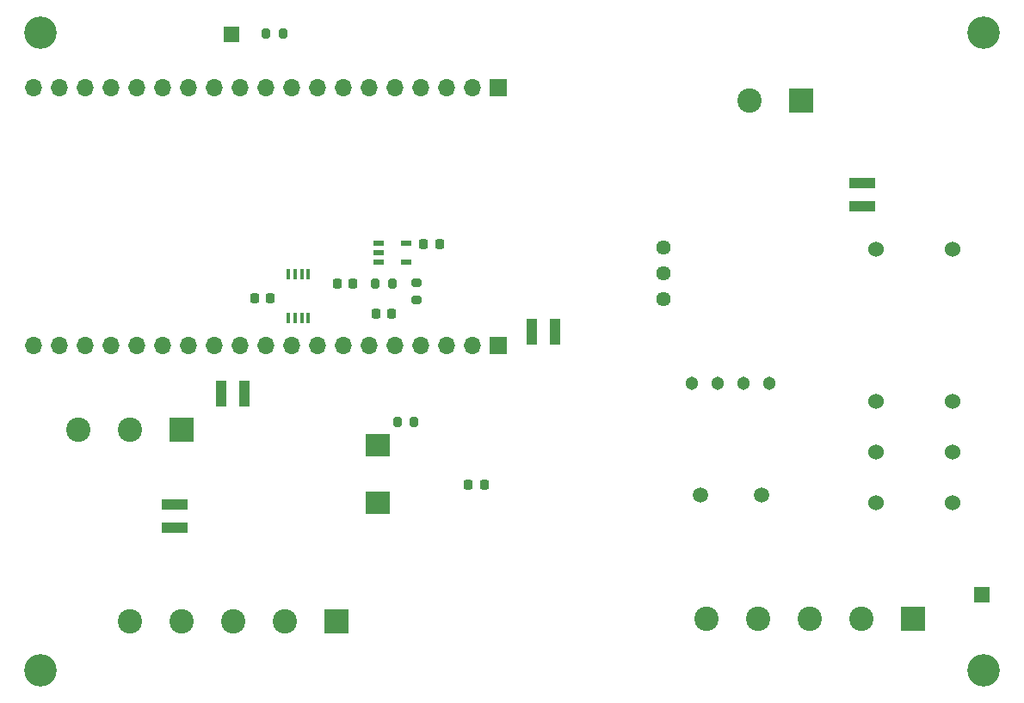
<source format=gbr>
%TF.GenerationSoftware,KiCad,Pcbnew,(6.0.9)*%
%TF.CreationDate,2022-12-07T15:22:28-05:00*%
%TF.ProjectId,Sensors,53656e73-6f72-4732-9e6b-696361645f70,rev?*%
%TF.SameCoordinates,Original*%
%TF.FileFunction,Soldermask,Bot*%
%TF.FilePolarity,Negative*%
%FSLAX46Y46*%
G04 Gerber Fmt 4.6, Leading zero omitted, Abs format (unit mm)*
G04 Created by KiCad (PCBNEW (6.0.9)) date 2022-12-07 15:22:28*
%MOMM*%
%LPD*%
G01*
G04 APERTURE LIST*
G04 Aperture macros list*
%AMRoundRect*
0 Rectangle with rounded corners*
0 $1 Rounding radius*
0 $2 $3 $4 $5 $6 $7 $8 $9 X,Y pos of 4 corners*
0 Add a 4 corners polygon primitive as box body*
4,1,4,$2,$3,$4,$5,$6,$7,$8,$9,$2,$3,0*
0 Add four circle primitives for the rounded corners*
1,1,$1+$1,$2,$3*
1,1,$1+$1,$4,$5*
1,1,$1+$1,$6,$7*
1,1,$1+$1,$8,$9*
0 Add four rect primitives between the rounded corners*
20,1,$1+$1,$2,$3,$4,$5,0*
20,1,$1+$1,$4,$5,$6,$7,0*
20,1,$1+$1,$6,$7,$8,$9,0*
20,1,$1+$1,$8,$9,$2,$3,0*%
G04 Aperture macros list end*
%ADD10R,2.489200X2.260600*%
%ADD11R,1.700000X1.700000*%
%ADD12O,1.700000X1.700000*%
%ADD13C,3.200000*%
%ADD14R,1.500000X1.500000*%
%ADD15C,1.524000*%
%ADD16C,1.440000*%
%ADD17C,1.303000*%
%ADD18C,1.500000*%
%ADD19R,2.400000X2.400000*%
%ADD20C,2.400000*%
%ADD21RoundRect,0.200000X0.200000X0.275000X-0.200000X0.275000X-0.200000X-0.275000X0.200000X-0.275000X0*%
%ADD22R,2.590800X1.003300*%
%ADD23RoundRect,0.200000X-0.200000X-0.275000X0.200000X-0.275000X0.200000X0.275000X-0.200000X0.275000X0*%
%ADD24R,1.003300X2.590800*%
%ADD25RoundRect,0.225000X0.225000X0.250000X-0.225000X0.250000X-0.225000X-0.250000X0.225000X-0.250000X0*%
%ADD26RoundRect,0.200000X0.275000X-0.200000X0.275000X0.200000X-0.275000X0.200000X-0.275000X-0.200000X0*%
%ADD27RoundRect,0.225000X-0.225000X-0.250000X0.225000X-0.250000X0.225000X0.250000X-0.225000X0.250000X0*%
%ADD28R,1.000001X0.599999*%
%ADD29R,0.400000X1.100000*%
G04 APERTURE END LIST*
D10*
%TO.C,C6*%
X145059400Y-103784400D03*
X145059400Y-109423200D03*
%TD*%
D11*
%TO.C,J2*%
X156962000Y-93965000D03*
D12*
X154422000Y-93965000D03*
X151882000Y-93965000D03*
X149342000Y-93965000D03*
X146802000Y-93965000D03*
X144262000Y-93965000D03*
X141722000Y-93965000D03*
X139182000Y-93965000D03*
X136642000Y-93965000D03*
X134102000Y-93965000D03*
X131562000Y-93965000D03*
X129022000Y-93965000D03*
X126482000Y-93965000D03*
X123942000Y-93965000D03*
X121402000Y-93965000D03*
X118862000Y-93965000D03*
X116322000Y-93965000D03*
X113782000Y-93965000D03*
X111242000Y-93965000D03*
%TD*%
D13*
%TO.C,H1*%
X111899600Y-63146800D03*
%TD*%
%TO.C,H2*%
X111899600Y-125935600D03*
%TD*%
D14*
%TO.C,TP2*%
X204520800Y-118516400D03*
%TD*%
D15*
%TO.C,U4*%
X201620000Y-84440000D03*
X194120000Y-84440000D03*
X201620000Y-99440000D03*
X201620000Y-104440000D03*
X201620000Y-109440000D03*
X194120000Y-99440000D03*
X194120000Y-104440000D03*
X194120000Y-109440000D03*
%TD*%
D16*
%TO.C,RV1*%
X173164400Y-84330400D03*
X173164400Y-86870400D03*
X173164400Y-89410400D03*
%TD*%
D17*
%TO.C,U1*%
X183625400Y-97663400D03*
X181085400Y-97663400D03*
X178545400Y-97663400D03*
X176005400Y-97663400D03*
D18*
X182815400Y-108663400D03*
X176815400Y-108663400D03*
%TD*%
D11*
%TO.C,J1*%
X156962000Y-68605000D03*
D12*
X154422000Y-68605000D03*
X151882000Y-68605000D03*
X149342000Y-68605000D03*
X146802000Y-68605000D03*
X144262000Y-68605000D03*
X141722000Y-68605000D03*
X139182000Y-68605000D03*
X136642000Y-68605000D03*
X134102000Y-68605000D03*
X131562000Y-68605000D03*
X129022000Y-68605000D03*
X126482000Y-68605000D03*
X123942000Y-68605000D03*
X121402000Y-68605000D03*
X118862000Y-68605000D03*
X116322000Y-68605000D03*
X113782000Y-68605000D03*
X111242000Y-68605000D03*
%TD*%
D19*
%TO.C,J5*%
X125730000Y-102297100D03*
D20*
X120650000Y-102297100D03*
X115570000Y-102297100D03*
%TD*%
D19*
%TO.C,J4*%
X140982600Y-121143900D03*
D20*
X135902600Y-121143900D03*
X130822600Y-121143900D03*
X125742600Y-121143900D03*
X120662600Y-121143900D03*
%TD*%
D21*
%TO.C,R11*%
X135724400Y-63246000D03*
X134074400Y-63246000D03*
%TD*%
D19*
%TO.C,J3*%
X197751600Y-120906400D03*
D20*
X192671600Y-120906400D03*
X187591600Y-120906400D03*
X182511600Y-120906400D03*
X177431600Y-120906400D03*
%TD*%
D13*
%TO.C,H3*%
X204660400Y-125935600D03*
%TD*%
D14*
%TO.C,TP1*%
X130708400Y-63296800D03*
%TD*%
D19*
%TO.C,J6*%
X186702600Y-69827000D03*
D20*
X181622600Y-69827000D03*
%TD*%
D13*
%TO.C,H4*%
X204660400Y-63146800D03*
%TD*%
D22*
%TO.C,L8*%
X192760600Y-80219550D03*
X192760600Y-77920850D03*
%TD*%
D23*
%TO.C,R8*%
X144844000Y-87884000D03*
X146494000Y-87884000D03*
%TD*%
D24*
%TO.C,L9*%
X162490150Y-92583000D03*
X160191450Y-92583000D03*
%TD*%
D25*
%TO.C,C7*%
X155543400Y-107701000D03*
X153993400Y-107701000D03*
%TD*%
D21*
%TO.C,R10*%
X148653000Y-101498400D03*
X147003000Y-101498400D03*
%TD*%
D26*
%TO.C,R9*%
X148844000Y-89471000D03*
X148844000Y-87821000D03*
%TD*%
D22*
%TO.C,L6*%
X125069600Y-111937800D03*
X125069600Y-109639100D03*
%TD*%
D27*
%TO.C,C4*%
X144894000Y-90805000D03*
X146444000Y-90805000D03*
%TD*%
D28*
%TO.C,U12*%
X145144799Y-85786001D03*
X145144799Y-84836000D03*
X145144799Y-83886002D03*
X147894799Y-83886002D03*
X147894799Y-85786001D03*
%TD*%
D25*
%TO.C,C2*%
X151143000Y-83947000D03*
X149593000Y-83947000D03*
%TD*%
D27*
%TO.C,C3*%
X141084000Y-87884000D03*
X142634000Y-87884000D03*
%TD*%
D24*
%TO.C,L7*%
X131984750Y-98704400D03*
X129686050Y-98704400D03*
%TD*%
D27*
%TO.C,C5*%
X132930600Y-89331800D03*
X134480600Y-89331800D03*
%TD*%
D29*
%TO.C,U9*%
X136286600Y-86953200D03*
X136936600Y-86953200D03*
X137586600Y-86953200D03*
X138236600Y-86953200D03*
X138236600Y-91253200D03*
X137586600Y-91253200D03*
X136936600Y-91253200D03*
X136286600Y-91253200D03*
%TD*%
M02*

</source>
